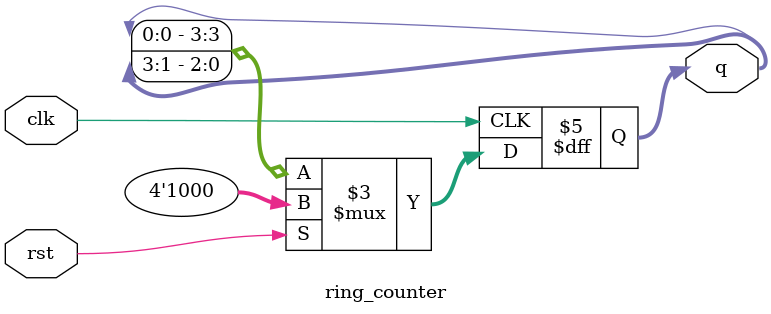
<source format=v>
    module ring_counter(clk, rst, q);
      input clk, rst;
      output reg [3:0] q;
    
      always @(posedge clk)
      begin
        if (rst)
          q <= 4'b1000;
        else
          q <= {q[0], q[3:1]};
      end
    endmodule

</source>
